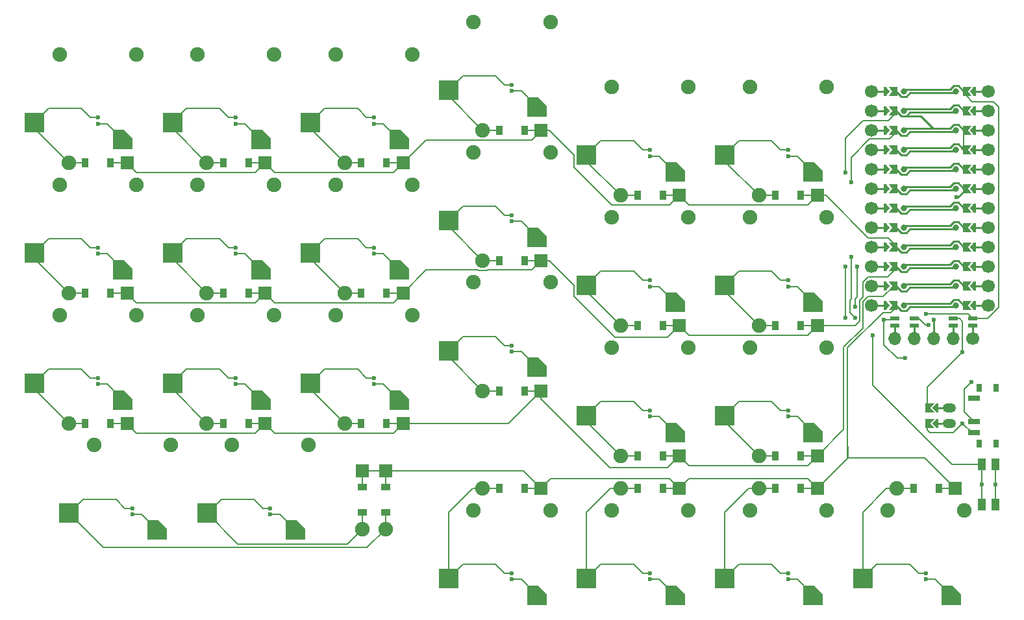
<source format=gbr>
%TF.GenerationSoftware,KiCad,Pcbnew,8.0.7*%
%TF.CreationDate,2025-01-05T11:09:37-06:00*%
%TF.ProjectId,omega_pcb_mbx_b0.2,6f6d6567-615f-4706-9362-5f6d62785f62,v1.0.0*%
%TF.SameCoordinates,Original*%
%TF.FileFunction,Copper,L2,Bot*%
%TF.FilePolarity,Positive*%
%FSLAX46Y46*%
G04 Gerber Fmt 4.6, Leading zero omitted, Abs format (unit mm)*
G04 Created by KiCad (PCBNEW 8.0.7) date 2025-01-05 11:09:37*
%MOMM*%
%LPD*%
G01*
G04 APERTURE LIST*
G04 Aperture macros list*
%AMOutline5P*
0 Free polygon, 5 corners , with rotation*
0 The origin of the aperture is its center*
0 number of corners: always 5*
0 $1 to $10 corner X, Y*
0 $11 Rotation angle, in degrees counterclockwise*
0 create outline with 5 corners*
4,1,5,$1,$2,$3,$4,$5,$6,$7,$8,$9,$10,$1,$2,$11*%
%AMOutline6P*
0 Free polygon, 6 corners , with rotation*
0 The origin of the aperture is its center*
0 number of corners: always 6*
0 $1 to $12 corner X, Y*
0 $13 Rotation angle, in degrees counterclockwise*
0 create outline with 6 corners*
4,1,6,$1,$2,$3,$4,$5,$6,$7,$8,$9,$10,$11,$12,$1,$2,$13*%
%AMOutline7P*
0 Free polygon, 7 corners , with rotation*
0 The origin of the aperture is its center*
0 number of corners: always 7*
0 $1 to $14 corner X, Y*
0 $15 Rotation angle, in degrees counterclockwise*
0 create outline with 7 corners*
4,1,7,$1,$2,$3,$4,$5,$6,$7,$8,$9,$10,$11,$12,$13,$14,$1,$2,$15*%
%AMOutline8P*
0 Free polygon, 8 corners , with rotation*
0 The origin of the aperture is its center*
0 number of corners: always 8*
0 $1 to $16 corner X, Y*
0 $17 Rotation angle, in degrees counterclockwise*
0 create outline with 8 corners*
4,1,8,$1,$2,$3,$4,$5,$6,$7,$8,$9,$10,$11,$12,$13,$14,$15,$16,$1,$2,$17*%
%AMFreePoly0*
4,1,6,0.600000,-1.000000,0.000000,-0.400000,-0.600000,-1.000000,-0.600000,0.250000,0.600000,0.250000,0.600000,-1.000000,0.600000,-1.000000,$1*%
%AMFreePoly1*
4,1,6,0.600000,-0.200000,0.600000,-0.400000,-0.600000,-0.400000,-0.600000,-0.200000,0.000000,0.400000,0.600000,-0.200000,0.600000,-0.200000,$1*%
%AMFreePoly2*
4,1,6,0.250000,0.000000,-0.250000,-0.625000,-0.500000,-0.625000,-0.500000,0.625000,-0.250000,0.625000,0.250000,0.000000,0.250000,0.000000,$1*%
%AMFreePoly3*
4,1,6,0.500000,-0.625000,-0.650000,-0.625000,-0.150000,0.000000,-0.650000,0.625000,0.500000,0.625000,0.500000,-0.625000,0.500000,-0.625000,$1*%
G04 Aperture macros list end*
%TA.AperFunction,ComponentPad*%
%ADD10R,1.778000X1.778000*%
%TD*%
%TA.AperFunction,SMDPad,CuDef*%
%ADD11R,0.900000X1.200000*%
%TD*%
%TA.AperFunction,ComponentPad*%
%ADD12C,1.905000*%
%TD*%
%TA.AperFunction,ComponentPad*%
%ADD13O,1.700000X1.700000*%
%TD*%
%TA.AperFunction,ComponentPad*%
%ADD14C,1.700000*%
%TD*%
%TA.AperFunction,SMDPad,CuDef*%
%ADD15R,1.200000X0.600000*%
%TD*%
%TA.AperFunction,SMDPad,CuDef*%
%ADD16R,1.200000X0.900000*%
%TD*%
%TA.AperFunction,ComponentPad*%
%ADD17C,1.900000*%
%TD*%
%TA.AperFunction,SMDPad,CuDef*%
%ADD18Outline5P,-1.300000X1.300000X1.300000X1.300000X1.300000X-1.300000X-0.117000X-1.300000X-1.300000X-0.117000X180.000000*%
%TD*%
%TA.AperFunction,SMDPad,CuDef*%
%ADD19R,2.600000X2.600000*%
%TD*%
%TA.AperFunction,SMDPad,CuDef*%
%ADD20R,1.000000X1.550000*%
%TD*%
%TA.AperFunction,SMDPad,CuDef*%
%ADD21FreePoly0,90.000000*%
%TD*%
%TA.AperFunction,ComponentPad*%
%ADD22O,1.750000X1.200000*%
%TD*%
%TA.AperFunction,SMDPad,CuDef*%
%ADD23FreePoly1,90.000000*%
%TD*%
%TA.AperFunction,SMDPad,CuDef*%
%ADD24FreePoly2,180.000000*%
%TD*%
%TA.AperFunction,SMDPad,CuDef*%
%ADD25FreePoly2,0.000000*%
%TD*%
%TA.AperFunction,SMDPad,CuDef*%
%ADD26FreePoly3,0.000000*%
%TD*%
%TA.AperFunction,ComponentPad*%
%ADD27C,0.800000*%
%TD*%
%TA.AperFunction,SMDPad,CuDef*%
%ADD28FreePoly3,180.000000*%
%TD*%
%TA.AperFunction,SMDPad,CuDef*%
%ADD29R,0.800000X1.000000*%
%TD*%
%TA.AperFunction,SMDPad,CuDef*%
%ADD30R,1.500000X0.700000*%
%TD*%
%TA.AperFunction,ViaPad*%
%ADD31C,0.600000*%
%TD*%
%TA.AperFunction,Conductor*%
%ADD32C,0.250000*%
%TD*%
%TA.AperFunction,Conductor*%
%ADD33C,0.200000*%
%TD*%
G04 APERTURE END LIST*
D10*
%TO.P,D21,1*%
%TO.N,P10*%
X133810000Y-97500000D03*
D11*
X131650000Y-97500000D03*
%TO.P,D21,2*%
%TO.N,fifth_only*%
X128350000Y-97500000D03*
D12*
X126190000Y-97500000D03*
%TD*%
D10*
%TO.P,D6,1*%
%TO.N,P15*%
X61810000Y-55000000D03*
D11*
X59650000Y-55000000D03*
%TO.P,D6,2*%
%TO.N,pinky_top*%
X56350000Y-55000000D03*
D12*
X54190000Y-55000000D03*
%TD*%
D10*
%TO.P,D18,1*%
%TO.N,P15*%
X133810000Y-59250000D03*
D11*
X131650000Y-59250000D03*
%TO.P,D18,2*%
%TO.N,inner_top*%
X128350000Y-59250000D03*
D12*
X126190000Y-59250000D03*
%TD*%
D10*
%TO.P,D10,1*%
%TO.N,P16*%
X97810000Y-84750000D03*
D11*
X95650000Y-84750000D03*
%TO.P,D10,2*%
%TO.N,middle_bottom*%
X92350000Y-84750000D03*
D12*
X90190000Y-84750000D03*
%TD*%
D10*
%TO.P,D16,1*%
%TO.N,P16*%
X133810000Y-93250000D03*
D11*
X131650000Y-93250000D03*
%TO.P,D16,2*%
%TO.N,inner_bottom*%
X128350000Y-93250000D03*
D12*
X126190000Y-93250000D03*
%TD*%
D10*
%TO.P,D7,1*%
%TO.N,P16*%
X79810000Y-89000000D03*
D11*
X77650000Y-89000000D03*
%TO.P,D7,2*%
%TO.N,ring_bottom*%
X74350000Y-89000000D03*
D12*
X72190000Y-89000000D03*
%TD*%
D10*
%TO.P,D2,1*%
%TO.N,P14*%
X43810000Y-72000000D03*
D11*
X41650000Y-72000000D03*
%TO.P,D2,2*%
%TO.N,outer_home*%
X38350000Y-72000000D03*
D12*
X36190000Y-72000000D03*
%TD*%
D10*
%TO.P,D3,1*%
%TO.N,P15*%
X43810000Y-55000000D03*
D11*
X41650000Y-55000000D03*
%TO.P,D3,2*%
%TO.N,outer_top*%
X38350000Y-55000000D03*
D12*
X36190000Y-55000000D03*
%TD*%
D10*
%TO.P,D17,1*%
%TO.N,P14*%
X133810000Y-76250000D03*
D11*
X131650000Y-76250000D03*
%TO.P,D17,2*%
%TO.N,inner_home*%
X128350000Y-76250000D03*
D12*
X126190000Y-76250000D03*
%TD*%
D13*
%TO.P,DISP1,1*%
%TO.N,DISP1_1*%
X143920000Y-77950000D03*
%TO.P,DISP1,2*%
%TO.N,DISP1_2*%
X146460000Y-77950000D03*
%TO.P,DISP1,3*%
%TO.N,VCC*%
X149000000Y-77950000D03*
%TO.P,DISP1,4*%
%TO.N,DISP1_4*%
X151540000Y-77950000D03*
D14*
%TO.P,DISP1,5*%
%TO.N,DISP1_5*%
X154080000Y-77950000D03*
D15*
%TO.P,DISP1,20*%
X154080000Y-76200000D03*
%TO.P,DISP1,21*%
%TO.N,DISP1_4*%
X151540000Y-76200000D03*
%TO.P,DISP1,22*%
%TO.N,DISP1_2*%
X146460000Y-76200000D03*
%TO.P,DISP1,23*%
%TO.N,DISP1_1*%
X143920000Y-76200000D03*
%TO.P,DISP1,24*%
%TO.N,P1*%
X154080000Y-75300000D03*
%TO.P,DISP1,25*%
%TO.N,GND*%
X151540000Y-75300000D03*
%TO.P,DISP1,26*%
%TO.N,P3*%
X146460000Y-75300000D03*
%TO.P,DISP1,27*%
%TO.N,P2*%
X143920000Y-75300000D03*
%TD*%
D10*
%TO.P,D1,1*%
%TO.N,P16*%
X43810000Y-89000000D03*
D11*
X41650000Y-89000000D03*
%TO.P,D1,2*%
%TO.N,outer_bottom*%
X38350000Y-89000000D03*
D12*
X36190000Y-89000000D03*
%TD*%
D10*
%TO.P,D8,1*%
%TO.N,P14*%
X79810000Y-72000000D03*
D11*
X77650000Y-72000000D03*
%TO.P,D8,2*%
%TO.N,ring_home*%
X74350000Y-72000000D03*
D12*
X72190000Y-72000000D03*
%TD*%
D10*
%TO.P,D22,1*%
%TO.N,P10*%
X151810000Y-97500000D03*
D11*
X149650000Y-97500000D03*
%TO.P,D22,2*%
%TO.N,sixth_only*%
X146350000Y-97500000D03*
D12*
X144190000Y-97500000D03*
%TD*%
D10*
%TO.P,D23,1*%
%TO.N,P10*%
X77500000Y-95190000D03*
D16*
X77500000Y-97350000D03*
%TO.P,D23,2*%
%TO.N,first_only*%
X77500000Y-100650000D03*
D12*
X77500000Y-102810000D03*
%TD*%
D10*
%TO.P,D4,1*%
%TO.N,P16*%
X61810000Y-89000000D03*
D11*
X59650000Y-89000000D03*
%TO.P,D4,2*%
%TO.N,pinky_bottom*%
X56350000Y-89000000D03*
D12*
X54190000Y-89000000D03*
%TD*%
D10*
%TO.P,D13,1*%
%TO.N,P16*%
X115810000Y-93250000D03*
D11*
X113650000Y-93250000D03*
%TO.P,D13,2*%
%TO.N,index_bottom*%
X110350000Y-93250000D03*
D12*
X108190000Y-93250000D03*
%TD*%
D10*
%TO.P,D12,1*%
%TO.N,P15*%
X97810000Y-50750000D03*
D11*
X95650000Y-50750000D03*
%TO.P,D12,2*%
%TO.N,middle_top*%
X92350000Y-50750000D03*
D12*
X90190000Y-50750000D03*
%TD*%
D10*
%TO.P,D19,1*%
%TO.N,P10*%
X97810000Y-97500000D03*
D11*
X95650000Y-97500000D03*
%TO.P,D19,2*%
%TO.N,third_only*%
X92350000Y-97500000D03*
D12*
X90190000Y-97500000D03*
%TD*%
D10*
%TO.P,D11,1*%
%TO.N,P14*%
X97810000Y-67750000D03*
D11*
X95650000Y-67750000D03*
%TO.P,D11,2*%
%TO.N,middle_home*%
X92350000Y-67750000D03*
D12*
X90190000Y-67750000D03*
%TD*%
D10*
%TO.P,D24,1*%
%TO.N,P10*%
X74500000Y-95190000D03*
D16*
X74500000Y-97350000D03*
%TO.P,D24,2*%
%TO.N,second_only*%
X74500000Y-100650000D03*
D12*
X74500000Y-102810000D03*
%TD*%
D10*
%TO.P,D9,1*%
%TO.N,P15*%
X79810000Y-55000000D03*
D11*
X77650000Y-55000000D03*
%TO.P,D9,2*%
%TO.N,ring_top*%
X74350000Y-55000000D03*
D12*
X72190000Y-55000000D03*
%TD*%
D10*
%TO.P,D20,1*%
%TO.N,P10*%
X115810000Y-97500000D03*
D11*
X113650000Y-97500000D03*
%TO.P,D20,2*%
%TO.N,fourth_only*%
X110350000Y-97500000D03*
D12*
X108190000Y-97500000D03*
%TD*%
D10*
%TO.P,D15,1*%
%TO.N,P15*%
X115810000Y-59250000D03*
D11*
X113650000Y-59250000D03*
%TO.P,D15,2*%
%TO.N,index_top*%
X110350000Y-59250000D03*
D12*
X108190000Y-59250000D03*
%TD*%
D10*
%TO.P,D14,1*%
%TO.N,P14*%
X115810000Y-76250000D03*
D11*
X113650000Y-76250000D03*
%TO.P,D14,2*%
%TO.N,index_home*%
X110350000Y-76250000D03*
D12*
X108190000Y-76250000D03*
%TD*%
D10*
%TO.P,D5,1*%
%TO.N,P14*%
X61810000Y-72000000D03*
D11*
X59650000Y-72000000D03*
%TO.P,D5,2*%
%TO.N,pinky_home*%
X56350000Y-72000000D03*
D12*
X54190000Y-72000000D03*
%TD*%
D17*
%TO.P,S21,*%
%TO.N,*%
X99000000Y-100350000D03*
X89000000Y-100350000D03*
D18*
%TO.P,S21,1*%
%TO.N,P7*%
X97275000Y-111450000D03*
D19*
%TO.P,S21,2*%
%TO.N,third_only*%
X85725000Y-109250000D03*
%TD*%
D20*
%TO.P,RST1,1*%
%TO.N,GND*%
X157000000Y-94375000D03*
%TO.P,RST1,2*%
%TO.N,RST*%
X155300000Y-94375000D03*
%TO.P,RST1,3*%
%TO.N,GND*%
X157000000Y-99625000D03*
%TO.P,RST1,4*%
%TO.N,RST*%
X155300000Y-99625000D03*
%TD*%
D17*
%TO.P,S20,*%
%TO.N,*%
X67500000Y-91850000D03*
X57500000Y-91850000D03*
D18*
%TO.P,S20,1*%
%TO.N,P8*%
X65775000Y-102950000D03*
D19*
%TO.P,S20,2*%
%TO.N,second_only*%
X54225000Y-100750000D03*
%TD*%
D17*
%TO.P,S5,*%
%TO.N,*%
X63000000Y-57850000D03*
X53000000Y-57850000D03*
D18*
%TO.P,S5,1*%
%TO.N,P8*%
X61275000Y-68950000D03*
D19*
%TO.P,S5,2*%
%TO.N,pinky_home*%
X49725000Y-66750000D03*
%TD*%
D17*
%TO.P,S13,*%
%TO.N,*%
X117000000Y-79100000D03*
X107000000Y-79100000D03*
D18*
%TO.P,S13,1*%
%TO.N,P5*%
X115275000Y-90200000D03*
D19*
%TO.P,S13,2*%
%TO.N,index_bottom*%
X103725000Y-88000000D03*
%TD*%
D17*
%TO.P,S4,*%
%TO.N,*%
X63000000Y-74850000D03*
X53000000Y-74850000D03*
D18*
%TO.P,S4,1*%
%TO.N,P8*%
X61275000Y-85950000D03*
D19*
%TO.P,S4,2*%
%TO.N,pinky_bottom*%
X49725000Y-83750000D03*
%TD*%
D17*
%TO.P,S6,*%
%TO.N,*%
X63000000Y-40850000D03*
X53000000Y-40850000D03*
D18*
%TO.P,S6,1*%
%TO.N,P8*%
X61275000Y-51950000D03*
D19*
%TO.P,S6,2*%
%TO.N,pinky_top*%
X49725000Y-49750000D03*
%TD*%
D17*
%TO.P,S11,*%
%TO.N,*%
X99000000Y-53600000D03*
X89000000Y-53600000D03*
D18*
%TO.P,S11,1*%
%TO.N,P6*%
X97275000Y-64700000D03*
D19*
%TO.P,S11,2*%
%TO.N,middle_home*%
X85725000Y-62500000D03*
%TD*%
D17*
%TO.P,S12,*%
%TO.N,*%
X99000000Y-36600000D03*
X89000000Y-36600000D03*
D18*
%TO.P,S12,1*%
%TO.N,P6*%
X97275000Y-47700000D03*
D19*
%TO.P,S12,2*%
%TO.N,middle_top*%
X85725000Y-45500000D03*
%TD*%
D17*
%TO.P,S2,*%
%TO.N,*%
X45000000Y-57850000D03*
X35000000Y-57850000D03*
D18*
%TO.P,S2,1*%
%TO.N,P9*%
X43275000Y-68950000D03*
D19*
%TO.P,S2,2*%
%TO.N,outer_home*%
X31725000Y-66750000D03*
%TD*%
D17*
%TO.P,S3,*%
%TO.N,*%
X45000000Y-40850000D03*
X35000000Y-40850000D03*
D18*
%TO.P,S3,1*%
%TO.N,P9*%
X43275000Y-51950000D03*
D19*
%TO.P,S3,2*%
%TO.N,outer_top*%
X31725000Y-49750000D03*
%TD*%
D21*
%TO.P,JST1,1*%
%TO.N,BAT_P*%
X148184000Y-89000000D03*
%TO.P,JST1,2*%
%TO.N,GND*%
X148184000Y-87000000D03*
D22*
%TO.P,JST1,11*%
%TO.N,JST1_1*%
X151000000Y-87000000D03*
%TO.P,JST1,12*%
%TO.N,JST1_2*%
X151000000Y-89000000D03*
D23*
%TO.P,JST1,31*%
%TO.N,JST1_1*%
X149200000Y-87000000D03*
%TO.P,JST1,32*%
%TO.N,JST1_2*%
X149200000Y-89000000D03*
%TD*%
D24*
%TO.P,MCU1,1*%
%TO.N,MCU1_1*%
X154000000Y-45650000D03*
D14*
X156120000Y-45650000D03*
D24*
%TO.P,MCU1,2*%
%TO.N,MCU1_2*%
X154000000Y-48190000D03*
D14*
X156120000Y-48190000D03*
D24*
%TO.P,MCU1,3*%
%TO.N,MCU1_3*%
X154000000Y-50730000D03*
D14*
X156120000Y-50730000D03*
D24*
%TO.P,MCU1,4*%
%TO.N,MCU1_4*%
X154000000Y-53270000D03*
D14*
X156120000Y-53270000D03*
D24*
%TO.P,MCU1,5*%
%TO.N,MCU1_5*%
X154000000Y-55810000D03*
D14*
X156120000Y-55810000D03*
D24*
%TO.P,MCU1,6*%
%TO.N,MCU1_6*%
X154000000Y-58350000D03*
D14*
X156120000Y-58350000D03*
D24*
%TO.P,MCU1,7*%
%TO.N,MCU1_7*%
X154000000Y-60890000D03*
D14*
X156120000Y-60890000D03*
D24*
%TO.P,MCU1,8*%
%TO.N,MCU1_8*%
X154000000Y-63430000D03*
D14*
X156120000Y-63430000D03*
D24*
%TO.P,MCU1,9*%
%TO.N,MCU1_9*%
X154000000Y-65970000D03*
D14*
X156120000Y-65970000D03*
D24*
%TO.P,MCU1,10*%
%TO.N,MCU1_10*%
X154000000Y-68510000D03*
D14*
X156120000Y-68510000D03*
D24*
%TO.P,MCU1,11*%
%TO.N,MCU1_11*%
X154000000Y-71050000D03*
D14*
X156120000Y-71050000D03*
D24*
%TO.P,MCU1,12*%
%TO.N,MCU1_12*%
X154000000Y-73590000D03*
D14*
X156120000Y-73590000D03*
%TO.P,MCU1,13*%
%TO.N,MCU1_13*%
X140880000Y-73590000D03*
D25*
X143000000Y-73590000D03*
D14*
%TO.P,MCU1,14*%
%TO.N,MCU1_14*%
X140880000Y-71050000D03*
D25*
X143000000Y-71050000D03*
D14*
%TO.P,MCU1,15*%
%TO.N,MCU1_15*%
X140880000Y-68510000D03*
D25*
X143000000Y-68510000D03*
D14*
%TO.P,MCU1,16*%
%TO.N,MCU1_16*%
X140880000Y-65970000D03*
D25*
X143000000Y-65970000D03*
D14*
%TO.P,MCU1,17*%
%TO.N,MCU1_17*%
X140880000Y-63430000D03*
D25*
X143000000Y-63430000D03*
D14*
%TO.P,MCU1,18*%
%TO.N,MCU1_18*%
X140880000Y-60890000D03*
D25*
X143000000Y-60890000D03*
D14*
%TO.P,MCU1,19*%
%TO.N,MCU1_19*%
X140880000Y-58350000D03*
D25*
X143000000Y-58350000D03*
D14*
%TO.P,MCU1,20*%
%TO.N,MCU1_20*%
X140880000Y-55810000D03*
D25*
X143000000Y-55810000D03*
D14*
%TO.P,MCU1,21*%
%TO.N,MCU1_21*%
X140880000Y-53270000D03*
D25*
X143000000Y-53270000D03*
D14*
%TO.P,MCU1,22*%
%TO.N,MCU1_22*%
X140880000Y-50730000D03*
D25*
X143000000Y-50730000D03*
D14*
%TO.P,MCU1,23*%
%TO.N,MCU1_23*%
X140880000Y-48190000D03*
D25*
X143000000Y-48190000D03*
D14*
%TO.P,MCU1,24*%
%TO.N,MCU1_24*%
X140880000Y-45650000D03*
D25*
X143000000Y-45650000D03*
D26*
%TO.P,MCU1,101*%
%TO.N,RAW*%
X143725000Y-45650000D03*
D27*
X151900000Y-45650000D03*
D26*
%TO.P,MCU1,102*%
%TO.N,GND*%
X143725000Y-48190000D03*
D27*
X151900000Y-48190000D03*
D26*
%TO.P,MCU1,103*%
%TO.N,RST*%
X143725000Y-50730000D03*
D27*
X151900000Y-50730000D03*
D26*
%TO.P,MCU1,104*%
%TO.N,VCC*%
X143725000Y-53270000D03*
D27*
X151900000Y-53270000D03*
D26*
%TO.P,MCU1,105*%
%TO.N,P21*%
X143725000Y-55810000D03*
D27*
X151900000Y-55810000D03*
D26*
%TO.P,MCU1,106*%
%TO.N,P20*%
X143725000Y-58350000D03*
D27*
X151900000Y-58350000D03*
D26*
%TO.P,MCU1,107*%
%TO.N,P19*%
X143725000Y-60890000D03*
D27*
X151900000Y-60890000D03*
D26*
%TO.P,MCU1,108*%
%TO.N,P18*%
X143725000Y-63430000D03*
D27*
X151900000Y-63430000D03*
D26*
%TO.P,MCU1,109*%
%TO.N,P15*%
X143725000Y-65970000D03*
D27*
X151900000Y-65970000D03*
D26*
%TO.P,MCU1,110*%
%TO.N,P14*%
X143725000Y-68510000D03*
D27*
X151900000Y-68510000D03*
D26*
%TO.P,MCU1,111*%
%TO.N,P16*%
X143725000Y-71050000D03*
D27*
X151900000Y-71050000D03*
D26*
%TO.P,MCU1,112*%
%TO.N,P10*%
X143725000Y-73590000D03*
D27*
X151900000Y-73590000D03*
%TO.P,MCU1,113*%
%TO.N,P9*%
X145100000Y-73590000D03*
D28*
X153275000Y-73590000D03*
D27*
%TO.P,MCU1,114*%
%TO.N,P8*%
X145100000Y-71050000D03*
D28*
X153275000Y-71050000D03*
D27*
%TO.P,MCU1,115*%
%TO.N,P7*%
X145100000Y-68510000D03*
D28*
X153275000Y-68510000D03*
D27*
%TO.P,MCU1,116*%
%TO.N,P6*%
X145100000Y-65970000D03*
D28*
X153275000Y-65970000D03*
D27*
%TO.P,MCU1,117*%
%TO.N,P5*%
X145100000Y-63430000D03*
D28*
X153275000Y-63430000D03*
D27*
%TO.P,MCU1,118*%
%TO.N,P4*%
X145100000Y-60890000D03*
D28*
X153275000Y-60890000D03*
D27*
%TO.P,MCU1,119*%
%TO.N,P3*%
X145100000Y-58350000D03*
D28*
X153275000Y-58350000D03*
D27*
%TO.P,MCU1,120*%
%TO.N,P2*%
X145100000Y-55810000D03*
D28*
X153275000Y-55810000D03*
D27*
%TO.P,MCU1,121*%
%TO.N,GND*%
X145100000Y-53270000D03*
D28*
X153275000Y-53270000D03*
D27*
%TO.P,MCU1,122*%
X145100000Y-50730000D03*
D28*
X153275000Y-50730000D03*
D27*
%TO.P,MCU1,123*%
%TO.N,P0*%
X145100000Y-48190000D03*
D28*
X153275000Y-48190000D03*
D27*
%TO.P,MCU1,124*%
%TO.N,P1*%
X145100000Y-45650000D03*
D28*
X153275000Y-45650000D03*
%TD*%
D17*
%TO.P,S18,*%
%TO.N,*%
X135000000Y-45100000D03*
X125000000Y-45100000D03*
D18*
%TO.P,S18,1*%
%TO.N,P4*%
X133275000Y-56200000D03*
D19*
%TO.P,S18,2*%
%TO.N,inner_top*%
X121725000Y-54000000D03*
%TD*%
D17*
%TO.P,S22,*%
%TO.N,*%
X117000000Y-100350000D03*
X107000000Y-100350000D03*
D18*
%TO.P,S22,1*%
%TO.N,P6*%
X115275000Y-111450000D03*
D19*
%TO.P,S22,2*%
%TO.N,fourth_only*%
X103725000Y-109250000D03*
%TD*%
D17*
%TO.P,S7,*%
%TO.N,*%
X81000000Y-74850000D03*
X71000000Y-74850000D03*
D18*
%TO.P,S7,1*%
%TO.N,P7*%
X79275000Y-85950000D03*
D19*
%TO.P,S7,2*%
%TO.N,ring_bottom*%
X67725000Y-83750000D03*
%TD*%
D17*
%TO.P,S1,*%
%TO.N,*%
X45000000Y-74850000D03*
X35000000Y-74850000D03*
D18*
%TO.P,S1,1*%
%TO.N,P9*%
X43275000Y-85950000D03*
D19*
%TO.P,S1,2*%
%TO.N,outer_bottom*%
X31725000Y-83750000D03*
%TD*%
D17*
%TO.P,S24,*%
%TO.N,*%
X153000000Y-100350000D03*
X143000000Y-100350000D03*
D18*
%TO.P,S24,1*%
%TO.N,P4*%
X151275000Y-111450000D03*
D19*
%TO.P,S24,2*%
%TO.N,sixth_only*%
X139725000Y-109250000D03*
%TD*%
D17*
%TO.P,S15,*%
%TO.N,*%
X117000000Y-45100000D03*
X107000000Y-45100000D03*
D18*
%TO.P,S15,1*%
%TO.N,P5*%
X115275000Y-56200000D03*
D19*
%TO.P,S15,2*%
%TO.N,index_top*%
X103725000Y-54000000D03*
%TD*%
D17*
%TO.P,S19,*%
%TO.N,*%
X49500000Y-91850000D03*
X39500000Y-91850000D03*
D18*
%TO.P,S19,1*%
%TO.N,P9*%
X47775000Y-102950000D03*
D19*
%TO.P,S19,2*%
%TO.N,first_only*%
X36225000Y-100750000D03*
%TD*%
D17*
%TO.P,S23,*%
%TO.N,*%
X135000000Y-100350000D03*
X125000000Y-100350000D03*
D18*
%TO.P,S23,1*%
%TO.N,P5*%
X133275000Y-111450000D03*
D19*
%TO.P,S23,2*%
%TO.N,fifth_only*%
X121725000Y-109250000D03*
%TD*%
D17*
%TO.P,S17,*%
%TO.N,*%
X135000000Y-62100000D03*
X125000000Y-62100000D03*
D18*
%TO.P,S17,1*%
%TO.N,P4*%
X133275000Y-73200000D03*
D19*
%TO.P,S17,2*%
%TO.N,inner_home*%
X121725000Y-71000000D03*
%TD*%
D29*
%TO.P,PWR1,*%
%TO.N,*%
X154915000Y-84350000D03*
X154915000Y-91650000D03*
X157125000Y-84350000D03*
X157125000Y-91650000D03*
D30*
%TO.P,PWR1,1*%
%TO.N,N/C*%
X154265000Y-85750000D03*
%TO.P,PWR1,2*%
%TO.N,RAW*%
X154265000Y-88750000D03*
%TO.P,PWR1,3*%
%TO.N,BAT_P*%
X154265000Y-90250000D03*
%TD*%
D17*
%TO.P,S9,*%
%TO.N,*%
X81000000Y-40850000D03*
X71000000Y-40850000D03*
D18*
%TO.P,S9,1*%
%TO.N,P7*%
X79275000Y-51950000D03*
D19*
%TO.P,S9,2*%
%TO.N,ring_top*%
X67725000Y-49750000D03*
%TD*%
D17*
%TO.P,S16,*%
%TO.N,*%
X135000000Y-79100000D03*
X125000000Y-79100000D03*
D18*
%TO.P,S16,1*%
%TO.N,P4*%
X133275000Y-90200000D03*
D19*
%TO.P,S16,2*%
%TO.N,inner_bottom*%
X121725000Y-88000000D03*
%TD*%
D17*
%TO.P,S10,*%
%TO.N,*%
X99000000Y-70600000D03*
X89000000Y-70600000D03*
D18*
%TO.P,S10,1*%
%TO.N,P6*%
X97275000Y-81700000D03*
D19*
%TO.P,S10,2*%
%TO.N,middle_bottom*%
X85725000Y-79500000D03*
%TD*%
D17*
%TO.P,S14,*%
%TO.N,*%
X117000000Y-62100000D03*
X107000000Y-62100000D03*
D18*
%TO.P,S14,1*%
%TO.N,P5*%
X115275000Y-73200000D03*
D19*
%TO.P,S14,2*%
%TO.N,index_home*%
X103725000Y-71000000D03*
%TD*%
D17*
%TO.P,S8,*%
%TO.N,*%
X81000000Y-57850000D03*
X71000000Y-57850000D03*
D18*
%TO.P,S8,1*%
%TO.N,P7*%
X79275000Y-68950000D03*
D19*
%TO.P,S8,2*%
%TO.N,ring_home*%
X67725000Y-66750000D03*
%TD*%
D31*
%TO.N,P9*%
X40000000Y-49875000D03*
X40000000Y-83875000D03*
X44500000Y-100875000D03*
X40000000Y-66875000D03*
%TO.N,outer_bottom*%
X40000000Y-83075000D03*
%TO.N,GND*%
X157000000Y-97000000D03*
X152750000Y-79750000D03*
X137500000Y-68500000D03*
X137500000Y-75241420D03*
X137500000Y-56250000D03*
%TO.N,outer_home*%
X40000000Y-66075000D03*
%TO.N,outer_top*%
X40000000Y-49075000D03*
%TO.N,P8*%
X58000000Y-49875000D03*
X62500000Y-100875000D03*
X58000000Y-83875000D03*
X58000000Y-66875000D03*
%TO.N,pinky_bottom*%
X58000000Y-83075000D03*
%TO.N,pinky_home*%
X58000000Y-66075000D03*
%TO.N,pinky_top*%
X58000000Y-49075000D03*
%TO.N,P7*%
X94000000Y-109375000D03*
X76000000Y-49875000D03*
X76000000Y-66875000D03*
X76000000Y-83875000D03*
%TO.N,ring_bottom*%
X76000000Y-83075000D03*
%TO.N,ring_home*%
X76000000Y-66075000D03*
%TO.N,ring_top*%
X76000000Y-49075000D03*
%TO.N,P6*%
X94000000Y-79625000D03*
X112000000Y-109375000D03*
X94000000Y-45625000D03*
X94000000Y-62625000D03*
%TO.N,middle_bottom*%
X94000000Y-78825000D03*
%TO.N,middle_home*%
X94000000Y-61825000D03*
%TO.N,middle_top*%
X94000000Y-44825000D03*
%TO.N,P5*%
X112000000Y-54125000D03*
X112000000Y-88125000D03*
X112000000Y-71125000D03*
X130000000Y-109375000D03*
%TO.N,index_bottom*%
X112000000Y-87325000D03*
%TO.N,index_home*%
X112000000Y-70325000D03*
%TO.N,index_top*%
X112000000Y-53325000D03*
%TO.N,P4*%
X148000000Y-109375000D03*
X130000000Y-54125000D03*
X130000000Y-88125000D03*
X130000000Y-71125000D03*
%TO.N,inner_bottom*%
X130000000Y-87325000D03*
%TO.N,inner_home*%
X130000000Y-70325000D03*
%TO.N,inner_top*%
X130000000Y-53325000D03*
%TO.N,first_only*%
X44500000Y-100075000D03*
%TO.N,second_only*%
X62500000Y-100075000D03*
%TO.N,third_only*%
X94000000Y-108575000D03*
%TO.N,fourth_only*%
X112000000Y-108575000D03*
%TO.N,fifth_only*%
X130000000Y-108575000D03*
%TO.N,sixth_only*%
X148000000Y-108575000D03*
%TO.N,RAW*%
X153875000Y-83625000D03*
%TO.N,RST*%
X138730000Y-75250000D03*
X141000000Y-77500000D03*
X138250000Y-57500000D03*
X138250000Y-67250000D03*
X155300000Y-97000000D03*
%TO.N,VCC*%
X149000000Y-75500000D03*
%TO.N,P1*%
X148000000Y-74700000D03*
%TO.N,P2*%
X145250000Y-80500000D03*
X139000000Y-68500000D03*
X142500000Y-75500000D03*
X138730000Y-73750000D03*
%TO.N,P3*%
X148350000Y-76150000D03*
X152000000Y-59500000D03*
%TO.N,BAT_P*%
X152750000Y-89000000D03*
%TD*%
D32*
%TO.N,P9*%
X152925000Y-73590000D02*
X152200000Y-72865000D01*
X153275000Y-73590000D02*
X152925000Y-73590000D01*
D33*
X41200000Y-66875000D02*
X40000000Y-66875000D01*
X43275000Y-85950000D02*
X41200000Y-83875000D01*
X47775000Y-102950000D02*
X45700000Y-100875000D01*
X41200000Y-49875000D02*
X40000000Y-49875000D01*
D32*
X151600000Y-72865000D02*
X151095000Y-73370000D01*
X151095000Y-73370000D02*
X145320000Y-73370000D01*
D33*
X41200000Y-83875000D02*
X40000000Y-83875000D01*
X43275000Y-68950000D02*
X41200000Y-66875000D01*
D32*
X152200000Y-72865000D02*
X151600000Y-72865000D01*
D33*
X43275000Y-51950000D02*
X41200000Y-49875000D01*
X145100000Y-73590000D02*
X145320000Y-73370000D01*
X45700000Y-100875000D02*
X44500000Y-100875000D01*
%TO.N,outer_bottom*%
X31725000Y-83750000D02*
X33579000Y-81896000D01*
X33579000Y-81896000D02*
X37859800Y-81896000D01*
X31725000Y-83750000D02*
X31725000Y-84535000D01*
X39038800Y-83075000D02*
X40000000Y-83075000D01*
X37859800Y-81896000D02*
X39038800Y-83075000D01*
X36190000Y-89000000D02*
X38350000Y-89000000D01*
X31725000Y-84535000D02*
X36190000Y-89000000D01*
%TO.N,GND*%
X143725000Y-48820000D02*
X143725000Y-48190000D01*
D32*
X143725000Y-48190000D02*
X144075000Y-48190000D01*
D33*
X137500000Y-56250000D02*
X137500000Y-51750000D01*
X145320000Y-50510000D02*
X145100000Y-50730000D01*
X137500000Y-75241420D02*
X137500000Y-68500000D01*
X157000000Y-94375000D02*
X157000000Y-97000000D01*
X152662000Y-53007500D02*
X152925000Y-52745000D01*
X152750000Y-75710000D02*
X152340000Y-75300000D01*
D32*
X153275000Y-53270000D02*
X152925000Y-53270000D01*
D33*
X152750000Y-79750000D02*
X148184000Y-84316000D01*
D32*
X151600000Y-50005000D02*
X151095000Y-50510000D01*
D33*
X143045000Y-49500000D02*
X143725000Y-48820000D01*
D32*
X145895000Y-48420000D02*
X151670000Y-48420000D01*
D33*
X152925000Y-52745000D02*
X152925000Y-50730000D01*
D32*
X152200000Y-52545000D02*
X151600000Y-52545000D01*
D33*
X148184000Y-84316000D02*
X148184000Y-87000000D01*
D32*
X152662000Y-53007500D02*
X152200000Y-52545000D01*
D33*
X137500000Y-51750000D02*
X139750000Y-49500000D01*
D32*
X145400000Y-48915000D02*
X145895000Y-48420000D01*
X144075000Y-48190000D02*
X144800000Y-48915000D01*
X148904000Y-50510000D02*
X147309000Y-48915000D01*
X148904000Y-50510000D02*
X145320000Y-50510000D01*
D33*
X151670000Y-48420000D02*
X151900000Y-48190000D01*
D32*
X151095000Y-50510000D02*
X148904000Y-50510000D01*
X152925000Y-53270000D02*
X152662000Y-53007500D01*
X147309000Y-48915000D02*
X145400000Y-48915000D01*
D33*
X157000000Y-97000000D02*
X157000000Y-99625000D01*
D32*
X153275000Y-50730000D02*
X152925000Y-50730000D01*
X144800000Y-48915000D02*
X145400000Y-48915000D01*
X152200000Y-50005000D02*
X151600000Y-50005000D01*
D33*
X139750000Y-49500000D02*
X143045000Y-49500000D01*
X152340000Y-75300000D02*
X151540000Y-75300000D01*
X145320000Y-53050000D02*
X145100000Y-53270000D01*
D32*
X151095000Y-53050000D02*
X145320000Y-53050000D01*
X151600000Y-52545000D02*
X151095000Y-53050000D01*
X152925000Y-50730000D02*
X152200000Y-50005000D01*
D33*
X152750000Y-79750000D02*
X152750000Y-75710000D01*
%TO.N,outer_home*%
X31725000Y-66750000D02*
X31725000Y-67535000D01*
X37859800Y-64896000D02*
X39038800Y-66075000D01*
X39038800Y-66075000D02*
X40000000Y-66075000D01*
X31725000Y-66750000D02*
X33579000Y-64896000D01*
X33579000Y-64896000D02*
X37859800Y-64896000D01*
X36190000Y-72000000D02*
X38350000Y-72000000D01*
X31725000Y-67535000D02*
X36190000Y-72000000D01*
%TO.N,outer_top*%
X33579000Y-47896000D02*
X37859800Y-47896000D01*
X31725000Y-49750000D02*
X33579000Y-47896000D01*
X31725000Y-50535000D02*
X36190000Y-55000000D01*
X39038800Y-49075000D02*
X40000000Y-49075000D01*
X31725000Y-49750000D02*
X31725000Y-50535000D01*
X37859800Y-47896000D02*
X39038800Y-49075000D01*
X36190000Y-55000000D02*
X38350000Y-55000000D01*
D32*
%TO.N,P8*%
X153275000Y-71050000D02*
X152925000Y-71050000D01*
D33*
X65775000Y-102950000D02*
X63700000Y-100875000D01*
D32*
X151600000Y-70325000D02*
X151095000Y-70830000D01*
D33*
X61275000Y-51950000D02*
X59200000Y-49875000D01*
D32*
X151095000Y-70830000D02*
X145320000Y-70830000D01*
X152200000Y-70325000D02*
X151600000Y-70325000D01*
D33*
X63700000Y-100875000D02*
X62500000Y-100875000D01*
X59200000Y-49875000D02*
X58000000Y-49875000D01*
X59200000Y-66875000D02*
X58000000Y-66875000D01*
D32*
X152925000Y-71050000D02*
X152200000Y-70325000D01*
D33*
X145100000Y-71050000D02*
X145320000Y-70830000D01*
X59200000Y-83875000D02*
X58000000Y-83875000D01*
X61275000Y-85950000D02*
X59200000Y-83875000D01*
X61275000Y-68950000D02*
X59200000Y-66875000D01*
%TO.N,pinky_bottom*%
X49725000Y-84535000D02*
X54190000Y-89000000D01*
X49725000Y-83750000D02*
X51579000Y-81896000D01*
X49725000Y-83750000D02*
X49725000Y-84535000D01*
X57038800Y-83075000D02*
X58000000Y-83075000D01*
X55859800Y-81896000D02*
X57038800Y-83075000D01*
X54190000Y-89000000D02*
X56350000Y-89000000D01*
X51579000Y-81896000D02*
X55859800Y-81896000D01*
%TO.N,pinky_home*%
X49725000Y-67535000D02*
X54190000Y-72000000D01*
X54190000Y-72000000D02*
X56350000Y-72000000D01*
X57038800Y-66075000D02*
X58000000Y-66075000D01*
X49725000Y-66750000D02*
X51579000Y-64896000D01*
X55859800Y-64896000D02*
X57038800Y-66075000D01*
X51579000Y-64896000D02*
X55859800Y-64896000D01*
X49725000Y-66750000D02*
X49725000Y-67535000D01*
%TO.N,pinky_top*%
X49725000Y-49750000D02*
X51579000Y-47896000D01*
X54190000Y-55000000D02*
X56350000Y-55000000D01*
X51579000Y-47896000D02*
X55859800Y-47896000D01*
X49725000Y-49750000D02*
X49725000Y-50535000D01*
X49725000Y-50535000D02*
X54190000Y-55000000D01*
X57038800Y-49075000D02*
X58000000Y-49075000D01*
X55859800Y-47896000D02*
X57038800Y-49075000D01*
D32*
%TO.N,P7*%
X151600000Y-67785000D02*
X151095000Y-68290000D01*
X152925000Y-68510000D02*
X152200000Y-67785000D01*
X153275000Y-68510000D02*
X152925000Y-68510000D01*
D33*
X79275000Y-68950000D02*
X77200000Y-66875000D01*
D32*
X151095000Y-68290000D02*
X145320000Y-68290000D01*
D33*
X145100000Y-68510000D02*
X145320000Y-68290000D01*
X77200000Y-66875000D02*
X76000000Y-66875000D01*
X79275000Y-85950000D02*
X77200000Y-83875000D01*
X77200000Y-49875000D02*
X76000000Y-49875000D01*
X97275000Y-111450000D02*
X95200000Y-109375000D01*
D32*
X152200000Y-67785000D02*
X151600000Y-67785000D01*
D33*
X95200000Y-109375000D02*
X94000000Y-109375000D01*
X77200000Y-83875000D02*
X76000000Y-83875000D01*
X79275000Y-51950000D02*
X77200000Y-49875000D01*
%TO.N,ring_bottom*%
X67725000Y-83750000D02*
X69579000Y-81896000D01*
X75038800Y-83075000D02*
X76000000Y-83075000D01*
X69579000Y-81896000D02*
X73859800Y-81896000D01*
X67725000Y-83750000D02*
X67725000Y-84535000D01*
X73859800Y-81896000D02*
X75038800Y-83075000D01*
X72190000Y-89000000D02*
X74350000Y-89000000D01*
X67725000Y-84535000D02*
X72190000Y-89000000D01*
%TO.N,ring_home*%
X67725000Y-67535000D02*
X72190000Y-72000000D01*
X75038800Y-66075000D02*
X76000000Y-66075000D01*
X69579000Y-64896000D02*
X73859800Y-64896000D01*
X67725000Y-66750000D02*
X67725000Y-67535000D01*
X73859800Y-64896000D02*
X75038800Y-66075000D01*
X72190000Y-72000000D02*
X74350000Y-72000000D01*
X67725000Y-66750000D02*
X69579000Y-64896000D01*
%TO.N,ring_top*%
X67725000Y-50535000D02*
X72190000Y-55000000D01*
X67725000Y-49750000D02*
X69579000Y-47896000D01*
X72190000Y-55000000D02*
X74350000Y-55000000D01*
X75038800Y-49075000D02*
X76000000Y-49075000D01*
X69579000Y-47896000D02*
X73859800Y-47896000D01*
X67725000Y-49750000D02*
X67725000Y-50535000D01*
X73859800Y-47896000D02*
X75038800Y-49075000D01*
%TO.N,P6*%
X95200000Y-62625000D02*
X94000000Y-62625000D01*
X95200000Y-45625000D02*
X94000000Y-45625000D01*
D32*
X152200000Y-65245000D02*
X151600000Y-65245000D01*
D33*
X145100000Y-65970000D02*
X145320000Y-65750000D01*
D32*
X153275000Y-65970000D02*
X152925000Y-65970000D01*
D33*
X97275000Y-81700000D02*
X95200000Y-79625000D01*
D32*
X151095000Y-65750000D02*
X145320000Y-65750000D01*
D33*
X115275000Y-111450000D02*
X113200000Y-109375000D01*
D32*
X152925000Y-65970000D02*
X152200000Y-65245000D01*
D33*
X97275000Y-47700000D02*
X95200000Y-45625000D01*
X95200000Y-79625000D02*
X94000000Y-79625000D01*
X97275000Y-64700000D02*
X95200000Y-62625000D01*
D32*
X151600000Y-65245000D02*
X151095000Y-65750000D01*
D33*
X113200000Y-109375000D02*
X112000000Y-109375000D01*
%TO.N,middle_bottom*%
X91859800Y-77646000D02*
X93038800Y-78825000D01*
X93038800Y-78825000D02*
X94000000Y-78825000D01*
X85725000Y-80285000D02*
X90190000Y-84750000D01*
X90190000Y-84750000D02*
X92350000Y-84750000D01*
X85725000Y-79500000D02*
X87579000Y-77646000D01*
X87579000Y-77646000D02*
X91859800Y-77646000D01*
X85725000Y-79500000D02*
X85725000Y-80285000D01*
%TO.N,middle_home*%
X87579000Y-60646000D02*
X91859800Y-60646000D01*
X93038800Y-61825000D02*
X94000000Y-61825000D01*
X85725000Y-62500000D02*
X87579000Y-60646000D01*
X85725000Y-62500000D02*
X85725000Y-63285000D01*
X85725000Y-63285000D02*
X90190000Y-67750000D01*
X90190000Y-67750000D02*
X92350000Y-67750000D01*
X91859800Y-60646000D02*
X93038800Y-61825000D01*
%TO.N,middle_top*%
X85725000Y-45500000D02*
X85725000Y-46285000D01*
X85725000Y-46285000D02*
X90190000Y-50750000D01*
X90190000Y-50750000D02*
X92350000Y-50750000D01*
X87579000Y-43646000D02*
X91859800Y-43646000D01*
X93038800Y-44825000D02*
X94000000Y-44825000D01*
X91859800Y-43646000D02*
X93038800Y-44825000D01*
X85725000Y-45500000D02*
X87579000Y-43646000D01*
%TO.N,P5*%
X115275000Y-73200000D02*
X113200000Y-71125000D01*
D32*
X152200000Y-62705000D02*
X151600000Y-62705000D01*
D33*
X113200000Y-88125000D02*
X112000000Y-88125000D01*
X115275000Y-56200000D02*
X113200000Y-54125000D01*
X133275000Y-111450000D02*
X131200000Y-109375000D01*
X145100000Y-63430000D02*
X145320000Y-63210000D01*
X115275000Y-90200000D02*
X113200000Y-88125000D01*
D32*
X151600000Y-62705000D02*
X151095000Y-63210000D01*
X153275000Y-63430000D02*
X152925000Y-63430000D01*
D33*
X131200000Y-109375000D02*
X130000000Y-109375000D01*
X113200000Y-54125000D02*
X112000000Y-54125000D01*
X113200000Y-71125000D02*
X112000000Y-71125000D01*
D32*
X151095000Y-63210000D02*
X145320000Y-63210000D01*
X152925000Y-63430000D02*
X152200000Y-62705000D01*
D33*
%TO.N,index_bottom*%
X105579000Y-86146000D02*
X109860000Y-86146000D01*
X111039000Y-87325000D02*
X112000000Y-87325000D01*
X103725000Y-88000000D02*
X105579000Y-86146000D01*
X109860000Y-86146000D02*
X111039000Y-87325000D01*
X103725000Y-88785000D02*
X108190000Y-93250000D01*
X103725000Y-88000000D02*
X103725000Y-88785000D01*
X108190000Y-93250000D02*
X110350000Y-93250000D01*
%TO.N,index_home*%
X103725000Y-71000000D02*
X103725000Y-71785000D01*
X108190000Y-76250000D02*
X110350000Y-76250000D01*
X103725000Y-71785000D02*
X108190000Y-76250000D01*
X103725000Y-71000000D02*
X105579000Y-69146000D01*
X111039000Y-70325000D02*
X112000000Y-70325000D01*
X109860000Y-69146000D02*
X111039000Y-70325000D01*
X105579000Y-69146000D02*
X109860000Y-69146000D01*
%TO.N,index_top*%
X108190000Y-59250000D02*
X110350000Y-59250000D01*
X105579000Y-52146000D02*
X109860000Y-52146000D01*
X111039000Y-53325000D02*
X112000000Y-53325000D01*
X103725000Y-54000000D02*
X105579000Y-52146000D01*
X103725000Y-54785000D02*
X108190000Y-59250000D01*
X103725000Y-54000000D02*
X103725000Y-54785000D01*
X109860000Y-52146000D02*
X111039000Y-53325000D01*
%TO.N,P4*%
X131200000Y-54125000D02*
X130000000Y-54125000D01*
X133275000Y-90200000D02*
X131200000Y-88125000D01*
X133275000Y-73200000D02*
X131200000Y-71125000D01*
D32*
X152200000Y-60165000D02*
X151600000Y-60165000D01*
X152925000Y-60890000D02*
X152200000Y-60165000D01*
D33*
X133275000Y-56200000D02*
X131200000Y-54125000D01*
D32*
X153275000Y-60890000D02*
X152925000Y-60890000D01*
X151600000Y-60165000D02*
X151095000Y-60670000D01*
X151095000Y-60670000D02*
X145320000Y-60670000D01*
D33*
X145100000Y-60890000D02*
X145320000Y-60670000D01*
X149200000Y-109375000D02*
X148000000Y-109375000D01*
X131200000Y-71125000D02*
X130000000Y-71125000D01*
X151275000Y-111450000D02*
X149200000Y-109375000D01*
X131200000Y-88125000D02*
X130000000Y-88125000D01*
%TO.N,inner_bottom*%
X121725000Y-88000000D02*
X123579000Y-86146000D01*
X127860000Y-86146000D02*
X129039000Y-87325000D01*
X126190000Y-93250000D02*
X128350000Y-93250000D01*
X129039000Y-87325000D02*
X130000000Y-87325000D01*
X121725000Y-88000000D02*
X121725000Y-88785000D01*
X121725000Y-88785000D02*
X126190000Y-93250000D01*
X123579000Y-86146000D02*
X127860000Y-86146000D01*
%TO.N,inner_home*%
X121725000Y-71000000D02*
X123579000Y-69146000D01*
X123579000Y-69146000D02*
X127860000Y-69146000D01*
X126190000Y-76250000D02*
X128350000Y-76250000D01*
X129039000Y-70325000D02*
X130000000Y-70325000D01*
X121725000Y-71785000D02*
X126190000Y-76250000D01*
X127860000Y-69146000D02*
X129039000Y-70325000D01*
X121725000Y-71000000D02*
X121725000Y-71785000D01*
%TO.N,inner_top*%
X126190000Y-59250000D02*
X128350000Y-59250000D01*
X121725000Y-54785000D02*
X126190000Y-59250000D01*
X129039000Y-53325000D02*
X130000000Y-53325000D01*
X121725000Y-54000000D02*
X121725000Y-54785000D01*
X127860000Y-52146000D02*
X129039000Y-53325000D01*
X123579000Y-52146000D02*
X127860000Y-52146000D01*
X121725000Y-54000000D02*
X123579000Y-52146000D01*
%TO.N,first_only*%
X40675000Y-105200000D02*
X36225000Y-100750000D01*
X77500000Y-102810000D02*
X75110000Y-105200000D01*
X42359800Y-98896000D02*
X43538800Y-100075000D01*
X77500000Y-100650000D02*
X77500000Y-102810000D01*
X36225000Y-100750000D02*
X38079000Y-98896000D01*
X38079000Y-98896000D02*
X42359800Y-98896000D01*
X75110000Y-105200000D02*
X40675000Y-105200000D01*
X43538800Y-100075000D02*
X44500000Y-100075000D01*
%TO.N,second_only*%
X61538800Y-100075000D02*
X62500000Y-100075000D01*
X56079000Y-98896000D02*
X60359800Y-98896000D01*
X54225000Y-100750000D02*
X56079000Y-98896000D01*
X74500000Y-102810000D02*
X72510000Y-104800000D01*
X60359800Y-98896000D02*
X61538800Y-100075000D01*
X72510000Y-104800000D02*
X58275000Y-104800000D01*
X74500000Y-102810000D02*
X74500000Y-100650000D01*
X58275000Y-104800000D02*
X54225000Y-100750000D01*
%TO.N,third_only*%
X87579000Y-107396000D02*
X91859800Y-107396000D01*
X85725000Y-109250000D02*
X87579000Y-107396000D01*
X88843000Y-97500000D02*
X90190000Y-97500000D01*
X85725000Y-100618000D02*
X88843000Y-97500000D01*
X90190000Y-97500000D02*
X92350000Y-97500000D01*
X91859800Y-107396000D02*
X93038800Y-108575000D01*
X93038800Y-108575000D02*
X94000000Y-108575000D01*
X85725000Y-109250000D02*
X85725000Y-100618000D01*
%TO.N,fourth_only*%
X109860000Y-107396000D02*
X111039000Y-108575000D01*
X103725000Y-109250000D02*
X103725000Y-100618000D01*
X103725000Y-109250000D02*
X105579000Y-107396000D01*
X110350000Y-97500000D02*
X108190000Y-97500000D01*
X106843000Y-97500000D02*
X108190000Y-97500000D01*
X111039000Y-108575000D02*
X112000000Y-108575000D01*
X105579000Y-107396000D02*
X109860000Y-107396000D01*
X103725000Y-100618000D02*
X106843000Y-97500000D01*
%TO.N,fifth_only*%
X121725000Y-100618000D02*
X124843000Y-97500000D01*
X127860000Y-107396000D02*
X129039000Y-108575000D01*
X129039000Y-108575000D02*
X130000000Y-108575000D01*
X121725000Y-109250000D02*
X121725000Y-100618000D01*
X121725000Y-109250000D02*
X123579000Y-107396000D01*
X123579000Y-107396000D02*
X127860000Y-107396000D01*
X124843000Y-97500000D02*
X126190000Y-97500000D01*
X128350000Y-97500000D02*
X126190000Y-97500000D01*
%TO.N,sixth_only*%
X142843000Y-97500000D02*
X144190000Y-97500000D01*
X147039000Y-108575000D02*
X148000000Y-108575000D01*
X139725000Y-100618000D02*
X142843000Y-97500000D01*
X139725000Y-109250000D02*
X141579000Y-107396000D01*
X146350000Y-97500000D02*
X144190000Y-97500000D01*
X141579000Y-107396000D02*
X145860000Y-107396000D01*
X139725000Y-109250000D02*
X139725000Y-100618000D01*
X145860000Y-107396000D02*
X147039000Y-108575000D01*
D32*
%TO.N,P16*%
X145895000Y-71280000D02*
X151670000Y-71280000D01*
D33*
X97810000Y-84750000D02*
X97810000Y-85839000D01*
X63062500Y-90252500D02*
X78557500Y-90252500D01*
X60557500Y-90252500D02*
X61810000Y-89000000D01*
X41650000Y-89000000D02*
X43810000Y-89000000D01*
X140404000Y-72440000D02*
X139730000Y-73113700D01*
X143725000Y-71050000D02*
X143725000Y-71131300D01*
X137250000Y-79055800D02*
X137250000Y-89810000D01*
X78557500Y-90252500D02*
X79810000Y-89000000D01*
X143725000Y-71131300D02*
X142416000Y-72440000D01*
X95650000Y-84750000D02*
X97810000Y-84750000D01*
X139730000Y-73113700D02*
X139730000Y-76575800D01*
X137250000Y-89810000D02*
X133810000Y-93250000D01*
X61810000Y-89000000D02*
X63062500Y-90252500D01*
X79810000Y-89000000D02*
X93560000Y-89000000D01*
X97810000Y-85839000D02*
X106721000Y-94750000D01*
X77650000Y-89000000D02*
X79810000Y-89000000D01*
X114310000Y-94750000D02*
X115810000Y-93250000D01*
D32*
X143725000Y-71050000D02*
X144075000Y-71050000D01*
D33*
X131650000Y-93250000D02*
X133810000Y-93250000D01*
X117062000Y-94502500D02*
X132558000Y-94502500D01*
X59650000Y-89000000D02*
X61810000Y-89000000D01*
X45062500Y-90252500D02*
X60557500Y-90252500D01*
D32*
X144800000Y-71775000D02*
X145400000Y-71775000D01*
D33*
X151670000Y-71280000D02*
X151900000Y-71050000D01*
X139730000Y-76575800D02*
X137250000Y-79055800D01*
X132558000Y-94502500D02*
X133810000Y-93250000D01*
X93560000Y-89000000D02*
X97810000Y-84750000D01*
X106721000Y-94750000D02*
X114310000Y-94750000D01*
X115810000Y-93250000D02*
X113650000Y-93250000D01*
X142416000Y-72440000D02*
X140404000Y-72440000D01*
D32*
X145400000Y-71775000D02*
X145895000Y-71280000D01*
D33*
X115810000Y-93250000D02*
X117062000Y-94502500D01*
X43810000Y-89000000D02*
X45062500Y-90252500D01*
D32*
X144075000Y-71050000D02*
X144800000Y-71775000D01*
%TO.N,P14*%
X143725000Y-68510000D02*
X144075000Y-68510000D01*
X145895000Y-68740000D02*
X151670000Y-68740000D01*
D33*
X132558000Y-77502500D02*
X133810000Y-76250000D01*
X131650000Y-76250000D02*
X133810000Y-76250000D01*
X140404000Y-69900000D02*
X142965000Y-69900000D01*
X113650000Y-76250000D02*
X115810000Y-76250000D01*
X98899000Y-67750000D02*
X102125000Y-70976000D01*
X102125000Y-70976000D02*
X102125000Y-72457200D01*
X114310000Y-77750000D02*
X115810000Y-76250000D01*
D32*
X144075000Y-68510000D02*
X144800000Y-69235000D01*
D33*
X61810000Y-72000000D02*
X63062500Y-73252500D01*
X79810000Y-72000000D02*
X82810000Y-69000000D01*
X63062500Y-73252500D02*
X78557500Y-73252500D01*
X78557500Y-73252500D02*
X79810000Y-72000000D01*
X90708800Y-69002500D02*
X90711300Y-69000000D01*
X77650000Y-72000000D02*
X79810000Y-72000000D01*
X59650000Y-72000000D02*
X61810000Y-72000000D01*
X139330000Y-72920000D02*
X139730000Y-72520000D01*
X97810000Y-67750000D02*
X98899000Y-67750000D01*
X139730000Y-72520000D02*
X139730000Y-70573700D01*
X43810000Y-72000000D02*
X45062500Y-73252500D01*
X117062000Y-77502500D02*
X132558000Y-77502500D01*
D32*
X144800000Y-69235000D02*
X145400000Y-69235000D01*
D33*
X41650000Y-72000000D02*
X43810000Y-72000000D01*
X143725000Y-69140000D02*
X143725000Y-68510000D01*
X115810000Y-76250000D02*
X117062000Y-77502500D01*
X82810000Y-69000000D02*
X89668700Y-69000000D01*
X96560000Y-69000000D02*
X97810000Y-67750000D01*
X142965000Y-69900000D02*
X143725000Y-69140000D01*
X95650000Y-67750000D02*
X97810000Y-67750000D01*
X107418000Y-77750000D02*
X114310000Y-77750000D01*
X45062500Y-73252500D02*
X60557500Y-73252500D01*
X90711300Y-69000000D02*
X96560000Y-69000000D01*
D32*
X145400000Y-69235000D02*
X145895000Y-68740000D01*
D33*
X102125000Y-72457200D02*
X107418000Y-77750000D01*
X89671200Y-69002500D02*
X90708800Y-69002500D01*
X138750000Y-76250000D02*
X139330000Y-75670000D01*
X89668700Y-69000000D02*
X89671200Y-69002500D01*
X133810000Y-76250000D02*
X138750000Y-76250000D01*
X139730000Y-70573700D02*
X140404000Y-69900000D01*
X139330000Y-75670000D02*
X139330000Y-72920000D01*
X151670000Y-68740000D02*
X151900000Y-68510000D01*
X60557500Y-73252500D02*
X61810000Y-72000000D01*
%TO.N,P15*%
X143070000Y-64820000D02*
X143725000Y-65475000D01*
X45062500Y-56252500D02*
X60557500Y-56252500D01*
D32*
X143725000Y-65970000D02*
X144075000Y-65970000D01*
D33*
X102125000Y-53976000D02*
X102125000Y-55600000D01*
X132558000Y-60502500D02*
X133810000Y-59250000D01*
X59650000Y-55000000D02*
X61810000Y-55000000D01*
X143725000Y-65475000D02*
X143725000Y-65970000D01*
X77650000Y-55000000D02*
X79810000Y-55000000D01*
X90708800Y-52002500D02*
X90711300Y-52000000D01*
X60557500Y-56252500D02*
X61810000Y-55000000D01*
X115810000Y-59250000D02*
X117062000Y-60502500D01*
X95650000Y-50750000D02*
X97810000Y-50750000D01*
X114558000Y-60502500D02*
X115810000Y-59250000D01*
X113650000Y-59250000D02*
X115810000Y-59250000D01*
X131650000Y-59250000D02*
X133810000Y-59250000D01*
D32*
X145400000Y-66695000D02*
X145895000Y-66200000D01*
D33*
X140469000Y-64820000D02*
X143070000Y-64820000D01*
X61810000Y-55000000D02*
X63062500Y-56252500D01*
D32*
X144075000Y-65970000D02*
X144800000Y-66695000D01*
X144800000Y-66695000D02*
X145400000Y-66695000D01*
D33*
X63062500Y-56252500D02*
X78557500Y-56252500D01*
X90711300Y-52000000D02*
X96560000Y-52000000D01*
D32*
X145895000Y-66200000D02*
X151670000Y-66200000D01*
D33*
X133810000Y-59250000D02*
X134899000Y-59250000D01*
X97810000Y-50750000D02*
X98899000Y-50750000D01*
X107028000Y-60502500D02*
X114558000Y-60502500D01*
X117062000Y-60502500D02*
X132558000Y-60502500D01*
X82807500Y-52002500D02*
X90708800Y-52002500D01*
X79810000Y-55000000D02*
X82807500Y-52002500D01*
X151670000Y-66200000D02*
X151900000Y-65970000D01*
X98899000Y-50750000D02*
X102125000Y-53976000D01*
X43810000Y-55000000D02*
X45062500Y-56252500D01*
X102125000Y-55600000D02*
X107028000Y-60502500D01*
X43810000Y-55000000D02*
X41650000Y-55000000D01*
X78557500Y-56252500D02*
X79810000Y-55000000D01*
X134899000Y-59250000D02*
X140469000Y-64820000D01*
X96560000Y-52000000D02*
X97810000Y-50750000D01*
%TO.N,P10*%
X147810000Y-93500000D02*
X151810000Y-97500000D01*
X151670000Y-73820000D02*
X151900000Y-73590000D01*
X137810000Y-92034300D02*
X137810000Y-93500000D01*
X143725000Y-74220000D02*
X143425000Y-74520000D01*
X77500000Y-95190000D02*
X95500000Y-95190000D01*
D32*
X144800000Y-74315000D02*
X145400000Y-74315000D01*
D33*
X95500000Y-95190000D02*
X97810000Y-97500000D01*
D32*
X144075000Y-73590000D02*
X144800000Y-74315000D01*
D33*
X77500000Y-95190000D02*
X77500000Y-97350000D01*
X143725000Y-73590000D02*
X143725000Y-74220000D01*
X99062500Y-96247500D02*
X114558000Y-96247500D01*
X97810000Y-97500000D02*
X95650000Y-97500000D01*
D32*
X143725000Y-73590000D02*
X144075000Y-73590000D01*
D33*
X114558000Y-96247500D02*
X115810000Y-97500000D01*
X115810000Y-97500000D02*
X113650000Y-97500000D01*
X137750000Y-91974300D02*
X137810000Y-92034300D01*
X137750000Y-91974300D02*
X137750000Y-93560000D01*
X143425000Y-74520000D02*
X142351000Y-74520000D01*
X137810000Y-93500000D02*
X147810000Y-93500000D01*
X97810000Y-97500000D02*
X99062500Y-96247500D01*
X74500000Y-95190000D02*
X77500000Y-95190000D01*
X74500000Y-95190000D02*
X74500000Y-97350000D01*
X137750000Y-79121500D02*
X137750000Y-91974300D01*
X133810000Y-97500000D02*
X131650000Y-97500000D01*
X151810000Y-97500000D02*
X149650000Y-97500000D01*
D32*
X145895000Y-73820000D02*
X151670000Y-73820000D01*
D33*
X133810000Y-97500000D02*
X137750000Y-93560000D01*
X117062000Y-96247500D02*
X132558000Y-96247500D01*
D32*
X145400000Y-74315000D02*
X145895000Y-73820000D01*
D33*
X132558000Y-96247500D02*
X133810000Y-97500000D01*
X142351000Y-74520000D02*
X137750000Y-79121500D01*
X115810000Y-97500000D02*
X117062000Y-96247500D01*
%TO.N,RAW*%
X153875000Y-83625000D02*
X153000000Y-84500000D01*
X153000000Y-84500000D02*
X153000000Y-87485000D01*
D32*
X144800000Y-46375000D02*
X145400000Y-46375000D01*
X145400000Y-46375000D02*
X145895000Y-45880000D01*
X144075000Y-45650000D02*
X144800000Y-46375000D01*
X145895000Y-45880000D02*
X151670000Y-45880000D01*
X143725000Y-45650000D02*
X144075000Y-45650000D01*
D33*
X153000000Y-87485000D02*
X154265000Y-88750000D01*
X151900000Y-45650000D02*
X151670000Y-45880000D01*
%TO.N,RST*%
X151670000Y-50960000D02*
X151900000Y-50730000D01*
X155300000Y-94375000D02*
X155300000Y-97000000D01*
X138065736Y-72934264D02*
X138065736Y-74585736D01*
D32*
X145895000Y-50960000D02*
X151670000Y-50960000D01*
X144800000Y-51455000D02*
X145400000Y-51455000D01*
X143725000Y-50730000D02*
X144075000Y-50730000D01*
D33*
X155300000Y-97000000D02*
X155300000Y-99625000D01*
D32*
X144075000Y-50730000D02*
X144800000Y-51455000D01*
D33*
X138250000Y-72750000D02*
X138065736Y-72934264D01*
X138250000Y-57500000D02*
X138250000Y-54273654D01*
X138250000Y-67250000D02*
X138250000Y-72750000D01*
X141000000Y-77500000D02*
X141000000Y-84000000D01*
X143205000Y-51880000D02*
X143725000Y-51360000D01*
X143725000Y-51360000D02*
X143725000Y-50730000D01*
D32*
X145400000Y-51455000D02*
X145895000Y-50960000D01*
D33*
X141000000Y-84000000D02*
X151375000Y-94375000D01*
X140643654Y-51880000D02*
X143205000Y-51880000D01*
X138065736Y-74585736D02*
X138730000Y-75250000D01*
X138250000Y-54273654D02*
X140643654Y-51880000D01*
X151375000Y-94375000D02*
X155300000Y-94375000D01*
%TO.N,VCC*%
X151670000Y-53500000D02*
X151900000Y-53270000D01*
D32*
X144800000Y-53995000D02*
X145400000Y-53995000D01*
X149000000Y-75500000D02*
X149000000Y-77950000D01*
X145400000Y-53995000D02*
X145895000Y-53500000D01*
X145895000Y-53500000D02*
X151670000Y-53500000D01*
X143725000Y-53270000D02*
X144075000Y-53270000D01*
X144075000Y-53270000D02*
X144800000Y-53995000D01*
%TO.N,P21*%
X143725000Y-55810000D02*
X144075000Y-55810000D01*
X144075000Y-55810000D02*
X144800000Y-56535000D01*
X145895000Y-56040000D02*
X151670000Y-56040000D01*
X145400000Y-56535000D02*
X145895000Y-56040000D01*
D33*
X151670000Y-56040000D02*
X151900000Y-55810000D01*
D32*
X144800000Y-56535000D02*
X145400000Y-56535000D01*
%TO.N,P20*%
X145400000Y-59075000D02*
X145895000Y-58580000D01*
X145895000Y-58580000D02*
X151670000Y-58580000D01*
X144075000Y-58350000D02*
X144800000Y-59075000D01*
D33*
X151670000Y-58580000D02*
X151900000Y-58350000D01*
D32*
X143725000Y-58350000D02*
X144075000Y-58350000D01*
X144800000Y-59075000D02*
X145400000Y-59075000D01*
D33*
%TO.N,P19*%
X151670000Y-61120000D02*
X151900000Y-60890000D01*
D32*
X143725000Y-60890000D02*
X144075000Y-60890000D01*
X145400000Y-61615000D02*
X145895000Y-61120000D01*
X144800000Y-61615000D02*
X145400000Y-61615000D01*
X145895000Y-61120000D02*
X151670000Y-61120000D01*
X144075000Y-60890000D02*
X144800000Y-61615000D01*
%TO.N,P18*%
X143725000Y-63430000D02*
X144075000Y-63430000D01*
X144075000Y-63430000D02*
X144800000Y-64155000D01*
X144800000Y-64155000D02*
X145400000Y-64155000D01*
X145895000Y-63660000D02*
X151670000Y-63660000D01*
X145400000Y-64155000D02*
X145895000Y-63660000D01*
D33*
X151670000Y-63660000D02*
X151900000Y-63430000D01*
%TO.N,P1*%
X153995000Y-47000000D02*
X153275000Y-46280000D01*
X154080000Y-75300000D02*
X156036000Y-75300000D01*
D32*
X152925000Y-45650000D02*
X152200000Y-44925000D01*
X151095000Y-45430000D02*
X145320000Y-45430000D01*
X151600000Y-44925000D02*
X151095000Y-45430000D01*
X152200000Y-44925000D02*
X151600000Y-44925000D01*
D33*
X153480000Y-74700000D02*
X154080000Y-75300000D01*
X153275000Y-46280000D02*
X153275000Y-45650000D01*
X156778000Y-47000000D02*
X153995000Y-47000000D01*
X156036000Y-75300000D02*
X157500000Y-73836300D01*
X157500000Y-47721900D02*
X156778000Y-47000000D01*
X148000000Y-74700000D02*
X153480000Y-74700000D01*
D32*
X153275000Y-45650000D02*
X152925000Y-45650000D01*
D33*
X157500000Y-73836300D02*
X157500000Y-47721900D01*
X145320000Y-45430000D02*
X145100000Y-45650000D01*
D32*
%TO.N,P0*%
X151095000Y-47970000D02*
X145320000Y-47970000D01*
X152925000Y-48190000D02*
X152200000Y-47465000D01*
D33*
X145320000Y-47970000D02*
X145100000Y-48190000D01*
D32*
X153275000Y-48190000D02*
X152925000Y-48190000D01*
X152200000Y-47465000D02*
X151600000Y-47465000D01*
X151600000Y-47465000D02*
X151095000Y-47970000D01*
D33*
%TO.N,P2*%
X142500000Y-75500000D02*
X143720000Y-75500000D01*
D32*
X151600000Y-55085000D02*
X151095000Y-55590000D01*
D33*
X142500000Y-78750000D02*
X144250000Y-80500000D01*
X145320000Y-55590000D02*
X145100000Y-55810000D01*
X143720000Y-75500000D02*
X143920000Y-75300000D01*
D32*
X153275000Y-55810000D02*
X152925000Y-55810000D01*
D33*
X142500000Y-75500000D02*
X142500000Y-78750000D01*
D32*
X151095000Y-55590000D02*
X145320000Y-55590000D01*
D33*
X139000000Y-72500000D02*
X138730000Y-72770000D01*
D32*
X152925000Y-55810000D02*
X152200000Y-55085000D01*
D33*
X139000000Y-68500000D02*
X139000000Y-72500000D01*
X138730000Y-72770000D02*
X138730000Y-73750000D01*
X144250000Y-80500000D02*
X145250000Y-80500000D01*
D32*
X152200000Y-55085000D02*
X151600000Y-55085000D01*
%TO.N,P3*%
X152925000Y-58350000D02*
X152200000Y-57625000D01*
X153275000Y-58350000D02*
X152125000Y-59500000D01*
X151600000Y-57625000D02*
X151095000Y-58130000D01*
X151095000Y-58130000D02*
X145320000Y-58130000D01*
X152125000Y-59500000D02*
X152000000Y-59500000D01*
X152200000Y-57625000D02*
X151600000Y-57625000D01*
X153275000Y-58350000D02*
X152925000Y-58350000D01*
D33*
X147050000Y-75300000D02*
X146460000Y-75300000D01*
X145320000Y-58130000D02*
X145100000Y-58350000D01*
X147900000Y-76150000D02*
X147050000Y-75300000D01*
X148350000Y-76150000D02*
X147900000Y-76150000D01*
D32*
%TO.N,MCU1_24*%
X140880000Y-45650000D02*
X143000000Y-45650000D01*
%TO.N,MCU1_1*%
X156120000Y-45650000D02*
X154000000Y-45650000D01*
%TO.N,MCU1_23*%
X140880000Y-48190000D02*
X143000000Y-48190000D01*
%TO.N,MCU1_2*%
X156120000Y-48190000D02*
X154000000Y-48190000D01*
%TO.N,MCU1_22*%
X140880000Y-50730000D02*
X143000000Y-50730000D01*
%TO.N,MCU1_3*%
X156120000Y-50730000D02*
X154000000Y-50730000D01*
%TO.N,MCU1_21*%
X140880000Y-53270000D02*
X143000000Y-53270000D01*
%TO.N,MCU1_4*%
X156120000Y-53270000D02*
X154000000Y-53270000D01*
%TO.N,MCU1_20*%
X140880000Y-55810000D02*
X143000000Y-55810000D01*
%TO.N,MCU1_5*%
X156120000Y-55810000D02*
X154000000Y-55810000D01*
%TO.N,MCU1_19*%
X140880000Y-58350000D02*
X143000000Y-58350000D01*
%TO.N,MCU1_6*%
X156120000Y-58350000D02*
X154000000Y-58350000D01*
%TO.N,MCU1_18*%
X140880000Y-60890000D02*
X143000000Y-60890000D01*
%TO.N,MCU1_7*%
X156120000Y-60890000D02*
X154000000Y-60890000D01*
%TO.N,MCU1_17*%
X140880000Y-63430000D02*
X143000000Y-63430000D01*
%TO.N,MCU1_8*%
X156120000Y-63430000D02*
X154000000Y-63430000D01*
%TO.N,MCU1_16*%
X140880000Y-65970000D02*
X143000000Y-65970000D01*
%TO.N,MCU1_9*%
X156120000Y-65970000D02*
X154000000Y-65970000D01*
%TO.N,MCU1_15*%
X140880000Y-68510000D02*
X143000000Y-68510000D01*
%TO.N,MCU1_10*%
X156120000Y-68510000D02*
X154000000Y-68510000D01*
%TO.N,MCU1_14*%
X140880000Y-71050000D02*
X143000000Y-71050000D01*
%TO.N,MCU1_11*%
X156120000Y-71050000D02*
X154000000Y-71050000D01*
%TO.N,MCU1_13*%
X140880000Y-73590000D02*
X143000000Y-73590000D01*
%TO.N,MCU1_12*%
X156120000Y-73590000D02*
X154000000Y-73590000D01*
%TO.N,DISP1_1*%
X143920000Y-77950000D02*
X143920000Y-76200000D01*
%TO.N,DISP1_2*%
X146460000Y-77950000D02*
X146460000Y-76200000D01*
%TO.N,DISP1_4*%
X151540000Y-77950000D02*
X151540000Y-76200000D01*
%TO.N,DISP1_5*%
X154080000Y-77950000D02*
X154080000Y-76200000D01*
D33*
%TO.N,BAT_P*%
X152750000Y-89000000D02*
X151561300Y-90188700D01*
X154000000Y-90250000D02*
X154265000Y-90250000D01*
X148184000Y-89901700D02*
X148184000Y-89000000D01*
X148471000Y-90188700D02*
X148184000Y-89901700D01*
X152750000Y-89000000D02*
X154000000Y-90250000D01*
X151561300Y-90188700D02*
X148471000Y-90188700D01*
D32*
%TO.N,JST1_1*%
X149200000Y-87000000D02*
X151000000Y-87000000D01*
%TO.N,JST1_2*%
X149200000Y-89000000D02*
X151000000Y-89000000D01*
%TD*%
M02*

</source>
